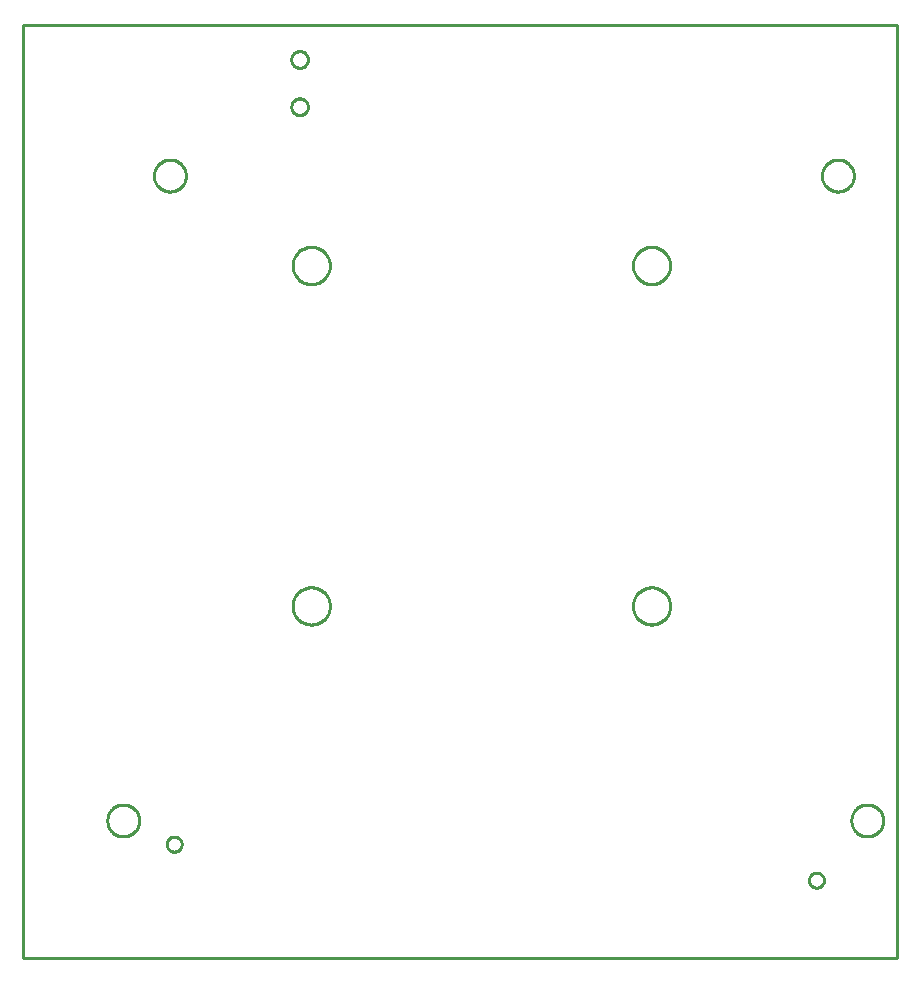
<source format=gbr>
G04 EAGLE Gerber RS-274X export*
G75*
%MOMM*%
%FSLAX34Y34*%
%LPD*%
%IN*%
%IPPOS*%
%AMOC8*
5,1,8,0,0,1.08239X$1,22.5*%
G01*
%ADD10C,0.254000*%


D10*
X130000Y10000D02*
X870000Y10000D01*
X870000Y800000D01*
X130000Y800000D01*
X130000Y10000D01*
X389400Y595834D02*
X389333Y594805D01*
X389198Y593783D01*
X388997Y592772D01*
X388730Y591776D01*
X388398Y590799D01*
X388004Y589846D01*
X387548Y588922D01*
X387032Y588028D01*
X386459Y587171D01*
X385831Y586353D01*
X385152Y585578D01*
X384422Y584848D01*
X383647Y584169D01*
X382829Y583541D01*
X381972Y582968D01*
X381078Y582452D01*
X380154Y581996D01*
X379201Y581602D01*
X378224Y581270D01*
X377228Y581003D01*
X376217Y580802D01*
X375195Y580667D01*
X374166Y580600D01*
X373134Y580600D01*
X372105Y580667D01*
X371083Y580802D01*
X370072Y581003D01*
X369076Y581270D01*
X368099Y581602D01*
X367146Y581996D01*
X366222Y582452D01*
X365328Y582968D01*
X364471Y583541D01*
X363653Y584169D01*
X362878Y584848D01*
X362148Y585578D01*
X361469Y586353D01*
X360841Y587171D01*
X360268Y588028D01*
X359752Y588922D01*
X359296Y589846D01*
X358902Y590799D01*
X358570Y591776D01*
X358303Y592772D01*
X358102Y593783D01*
X357967Y594805D01*
X357900Y595834D01*
X357900Y596866D01*
X357967Y597895D01*
X358102Y598917D01*
X358303Y599928D01*
X358570Y600924D01*
X358902Y601901D01*
X359296Y602854D01*
X359752Y603778D01*
X360268Y604672D01*
X360841Y605529D01*
X361469Y606347D01*
X362148Y607122D01*
X362878Y607852D01*
X363653Y608531D01*
X364471Y609159D01*
X365328Y609732D01*
X366222Y610248D01*
X367146Y610704D01*
X368099Y611098D01*
X369076Y611430D01*
X370072Y611697D01*
X371083Y611898D01*
X372105Y612033D01*
X373134Y612100D01*
X374166Y612100D01*
X375195Y612033D01*
X376217Y611898D01*
X377228Y611697D01*
X378224Y611430D01*
X379201Y611098D01*
X380154Y610704D01*
X381078Y610248D01*
X381972Y609732D01*
X382829Y609159D01*
X383647Y608531D01*
X384422Y607852D01*
X385152Y607122D01*
X385831Y606347D01*
X386459Y605529D01*
X387032Y604672D01*
X387548Y603778D01*
X388004Y602854D01*
X388398Y601901D01*
X388730Y600924D01*
X388997Y599928D01*
X389198Y598917D01*
X389333Y597895D01*
X389400Y596866D01*
X389400Y595834D01*
X389400Y307634D02*
X389333Y306605D01*
X389198Y305583D01*
X388997Y304572D01*
X388730Y303576D01*
X388398Y302599D01*
X388004Y301646D01*
X387548Y300722D01*
X387032Y299828D01*
X386459Y298971D01*
X385831Y298153D01*
X385152Y297378D01*
X384422Y296648D01*
X383647Y295969D01*
X382829Y295341D01*
X381972Y294768D01*
X381078Y294252D01*
X380154Y293796D01*
X379201Y293402D01*
X378224Y293070D01*
X377228Y292803D01*
X376217Y292602D01*
X375195Y292467D01*
X374166Y292400D01*
X373134Y292400D01*
X372105Y292467D01*
X371083Y292602D01*
X370072Y292803D01*
X369076Y293070D01*
X368099Y293402D01*
X367146Y293796D01*
X366222Y294252D01*
X365328Y294768D01*
X364471Y295341D01*
X363653Y295969D01*
X362878Y296648D01*
X362148Y297378D01*
X361469Y298153D01*
X360841Y298971D01*
X360268Y299828D01*
X359752Y300722D01*
X359296Y301646D01*
X358902Y302599D01*
X358570Y303576D01*
X358303Y304572D01*
X358102Y305583D01*
X357967Y306605D01*
X357900Y307634D01*
X357900Y308666D01*
X357967Y309695D01*
X358102Y310717D01*
X358303Y311728D01*
X358570Y312724D01*
X358902Y313701D01*
X359296Y314654D01*
X359752Y315578D01*
X360268Y316472D01*
X360841Y317329D01*
X361469Y318147D01*
X362148Y318922D01*
X362878Y319652D01*
X363653Y320331D01*
X364471Y320959D01*
X365328Y321532D01*
X366222Y322048D01*
X367146Y322504D01*
X368099Y322898D01*
X369076Y323230D01*
X370072Y323497D01*
X371083Y323698D01*
X372105Y323833D01*
X373134Y323900D01*
X374166Y323900D01*
X375195Y323833D01*
X376217Y323698D01*
X377228Y323497D01*
X378224Y323230D01*
X379201Y322898D01*
X380154Y322504D01*
X381078Y322048D01*
X381972Y321532D01*
X382829Y320959D01*
X383647Y320331D01*
X384422Y319652D01*
X385152Y318922D01*
X385831Y318147D01*
X386459Y317329D01*
X387032Y316472D01*
X387548Y315578D01*
X388004Y314654D01*
X388398Y313701D01*
X388730Y312724D01*
X388997Y311728D01*
X389198Y310717D01*
X389333Y309695D01*
X389400Y308666D01*
X389400Y307634D01*
X677600Y307634D02*
X677533Y306605D01*
X677398Y305583D01*
X677197Y304572D01*
X676930Y303576D01*
X676598Y302599D01*
X676204Y301646D01*
X675748Y300722D01*
X675232Y299828D01*
X674659Y298971D01*
X674031Y298153D01*
X673352Y297378D01*
X672622Y296648D01*
X671847Y295969D01*
X671029Y295341D01*
X670172Y294768D01*
X669278Y294252D01*
X668354Y293796D01*
X667401Y293402D01*
X666424Y293070D01*
X665428Y292803D01*
X664417Y292602D01*
X663395Y292467D01*
X662366Y292400D01*
X661334Y292400D01*
X660305Y292467D01*
X659283Y292602D01*
X658272Y292803D01*
X657276Y293070D01*
X656299Y293402D01*
X655346Y293796D01*
X654422Y294252D01*
X653528Y294768D01*
X652671Y295341D01*
X651853Y295969D01*
X651078Y296648D01*
X650348Y297378D01*
X649669Y298153D01*
X649041Y298971D01*
X648468Y299828D01*
X647952Y300722D01*
X647496Y301646D01*
X647102Y302599D01*
X646770Y303576D01*
X646503Y304572D01*
X646302Y305583D01*
X646167Y306605D01*
X646100Y307634D01*
X646100Y308666D01*
X646167Y309695D01*
X646302Y310717D01*
X646503Y311728D01*
X646770Y312724D01*
X647102Y313701D01*
X647496Y314654D01*
X647952Y315578D01*
X648468Y316472D01*
X649041Y317329D01*
X649669Y318147D01*
X650348Y318922D01*
X651078Y319652D01*
X651853Y320331D01*
X652671Y320959D01*
X653528Y321532D01*
X654422Y322048D01*
X655346Y322504D01*
X656299Y322898D01*
X657276Y323230D01*
X658272Y323497D01*
X659283Y323698D01*
X660305Y323833D01*
X661334Y323900D01*
X662366Y323900D01*
X663395Y323833D01*
X664417Y323698D01*
X665428Y323497D01*
X666424Y323230D01*
X667401Y322898D01*
X668354Y322504D01*
X669278Y322048D01*
X670172Y321532D01*
X671029Y320959D01*
X671847Y320331D01*
X672622Y319652D01*
X673352Y318922D01*
X674031Y318147D01*
X674659Y317329D01*
X675232Y316472D01*
X675748Y315578D01*
X676204Y314654D01*
X676598Y313701D01*
X676930Y312724D01*
X677197Y311728D01*
X677398Y310717D01*
X677533Y309695D01*
X677600Y308666D01*
X677600Y307634D01*
X677600Y595834D02*
X677533Y594805D01*
X677398Y593783D01*
X677197Y592772D01*
X676930Y591776D01*
X676598Y590799D01*
X676204Y589846D01*
X675748Y588922D01*
X675232Y588028D01*
X674659Y587171D01*
X674031Y586353D01*
X673352Y585578D01*
X672622Y584848D01*
X671847Y584169D01*
X671029Y583541D01*
X670172Y582968D01*
X669278Y582452D01*
X668354Y581996D01*
X667401Y581602D01*
X666424Y581270D01*
X665428Y581003D01*
X664417Y580802D01*
X663395Y580667D01*
X662366Y580600D01*
X661334Y580600D01*
X660305Y580667D01*
X659283Y580802D01*
X658272Y581003D01*
X657276Y581270D01*
X656299Y581602D01*
X655346Y581996D01*
X654422Y582452D01*
X653528Y582968D01*
X652671Y583541D01*
X651853Y584169D01*
X651078Y584848D01*
X650348Y585578D01*
X649669Y586353D01*
X649041Y587171D01*
X648468Y588028D01*
X647952Y588922D01*
X647496Y589846D01*
X647102Y590799D01*
X646770Y591776D01*
X646503Y592772D01*
X646302Y593783D01*
X646167Y594805D01*
X646100Y595834D01*
X646100Y596866D01*
X646167Y597895D01*
X646302Y598917D01*
X646503Y599928D01*
X646770Y600924D01*
X647102Y601901D01*
X647496Y602854D01*
X647952Y603778D01*
X648468Y604672D01*
X649041Y605529D01*
X649669Y606347D01*
X650348Y607122D01*
X651078Y607852D01*
X651853Y608531D01*
X652671Y609159D01*
X653528Y609732D01*
X654422Y610248D01*
X655346Y610704D01*
X656299Y611098D01*
X657276Y611430D01*
X658272Y611697D01*
X659283Y611898D01*
X660305Y612033D01*
X661334Y612100D01*
X662366Y612100D01*
X663395Y612033D01*
X664417Y611898D01*
X665428Y611697D01*
X666424Y611430D01*
X667401Y611098D01*
X668354Y610704D01*
X669278Y610248D01*
X670172Y609732D01*
X671029Y609159D01*
X671847Y608531D01*
X672622Y607852D01*
X673352Y607122D01*
X674031Y606347D01*
X674659Y605529D01*
X675232Y604672D01*
X675748Y603778D01*
X676204Y602854D01*
X676598Y601901D01*
X676930Y600924D01*
X677197Y599928D01*
X677398Y598917D01*
X677533Y597895D01*
X677600Y596866D01*
X677600Y595834D01*
X228000Y126018D02*
X227931Y125056D01*
X227794Y124102D01*
X227589Y123159D01*
X227317Y122234D01*
X226980Y121330D01*
X226580Y120453D01*
X226118Y119607D01*
X225596Y118796D01*
X225018Y118024D01*
X224387Y117295D01*
X223705Y116613D01*
X222976Y115982D01*
X222204Y115404D01*
X221393Y114882D01*
X220547Y114420D01*
X219670Y114020D01*
X218766Y113683D01*
X217841Y113411D01*
X216899Y113206D01*
X215944Y113069D01*
X214982Y113000D01*
X214018Y113000D01*
X213056Y113069D01*
X212102Y113206D01*
X211159Y113411D01*
X210234Y113683D01*
X209330Y114020D01*
X208453Y114420D01*
X207607Y114882D01*
X206796Y115404D01*
X206024Y115982D01*
X205295Y116613D01*
X204613Y117295D01*
X203982Y118024D01*
X203404Y118796D01*
X202882Y119607D01*
X202420Y120453D01*
X202020Y121330D01*
X201683Y122234D01*
X201411Y123159D01*
X201206Y124102D01*
X201069Y125056D01*
X201000Y126018D01*
X201000Y126982D01*
X201069Y127944D01*
X201206Y128899D01*
X201411Y129841D01*
X201683Y130766D01*
X202020Y131670D01*
X202420Y132547D01*
X202882Y133393D01*
X203404Y134204D01*
X203982Y134976D01*
X204613Y135705D01*
X205295Y136387D01*
X206024Y137018D01*
X206796Y137596D01*
X207607Y138118D01*
X208453Y138580D01*
X209330Y138980D01*
X210234Y139317D01*
X211159Y139589D01*
X212102Y139794D01*
X213056Y139931D01*
X214018Y140000D01*
X214982Y140000D01*
X215944Y139931D01*
X216899Y139794D01*
X217841Y139589D01*
X218766Y139317D01*
X219670Y138980D01*
X220547Y138580D01*
X221393Y138118D01*
X222204Y137596D01*
X222976Y137018D01*
X223705Y136387D01*
X224387Y135705D01*
X225018Y134976D01*
X225596Y134204D01*
X226118Y133393D01*
X226580Y132547D01*
X226980Y131670D01*
X227317Y130766D01*
X227589Y129841D01*
X227794Y128899D01*
X227931Y127944D01*
X228000Y126982D01*
X228000Y126018D01*
X858000Y126018D02*
X857931Y125056D01*
X857794Y124102D01*
X857589Y123159D01*
X857317Y122234D01*
X856980Y121330D01*
X856580Y120453D01*
X856118Y119607D01*
X855596Y118796D01*
X855018Y118024D01*
X854387Y117295D01*
X853705Y116613D01*
X852976Y115982D01*
X852204Y115404D01*
X851393Y114882D01*
X850547Y114420D01*
X849670Y114020D01*
X848766Y113683D01*
X847841Y113411D01*
X846899Y113206D01*
X845944Y113069D01*
X844982Y113000D01*
X844018Y113000D01*
X843056Y113069D01*
X842102Y113206D01*
X841159Y113411D01*
X840234Y113683D01*
X839330Y114020D01*
X838453Y114420D01*
X837607Y114882D01*
X836796Y115404D01*
X836024Y115982D01*
X835295Y116613D01*
X834613Y117295D01*
X833982Y118024D01*
X833404Y118796D01*
X832882Y119607D01*
X832420Y120453D01*
X832020Y121330D01*
X831683Y122234D01*
X831411Y123159D01*
X831206Y124102D01*
X831069Y125056D01*
X831000Y126018D01*
X831000Y126982D01*
X831069Y127944D01*
X831206Y128899D01*
X831411Y129841D01*
X831683Y130766D01*
X832020Y131670D01*
X832420Y132547D01*
X832882Y133393D01*
X833404Y134204D01*
X833982Y134976D01*
X834613Y135705D01*
X835295Y136387D01*
X836024Y137018D01*
X836796Y137596D01*
X837607Y138118D01*
X838453Y138580D01*
X839330Y138980D01*
X840234Y139317D01*
X841159Y139589D01*
X842102Y139794D01*
X843056Y139931D01*
X844018Y140000D01*
X844982Y140000D01*
X845944Y139931D01*
X846899Y139794D01*
X847841Y139589D01*
X848766Y139317D01*
X849670Y138980D01*
X850547Y138580D01*
X851393Y138118D01*
X852204Y137596D01*
X852976Y137018D01*
X853705Y136387D01*
X854387Y135705D01*
X855018Y134976D01*
X855596Y134204D01*
X856118Y133393D01*
X856580Y132547D01*
X856980Y131670D01*
X857317Y130766D01*
X857589Y129841D01*
X857794Y128899D01*
X857931Y127944D01*
X858000Y126982D01*
X858000Y126018D01*
X267500Y672018D02*
X267431Y671056D01*
X267294Y670102D01*
X267089Y669159D01*
X266817Y668234D01*
X266480Y667330D01*
X266080Y666453D01*
X265618Y665607D01*
X265096Y664796D01*
X264518Y664024D01*
X263887Y663295D01*
X263205Y662613D01*
X262476Y661982D01*
X261704Y661404D01*
X260893Y660882D01*
X260047Y660420D01*
X259170Y660020D01*
X258266Y659683D01*
X257341Y659411D01*
X256399Y659206D01*
X255444Y659069D01*
X254482Y659000D01*
X253518Y659000D01*
X252556Y659069D01*
X251602Y659206D01*
X250659Y659411D01*
X249734Y659683D01*
X248830Y660020D01*
X247953Y660420D01*
X247107Y660882D01*
X246296Y661404D01*
X245524Y661982D01*
X244795Y662613D01*
X244113Y663295D01*
X243482Y664024D01*
X242904Y664796D01*
X242382Y665607D01*
X241920Y666453D01*
X241520Y667330D01*
X241183Y668234D01*
X240911Y669159D01*
X240706Y670102D01*
X240569Y671056D01*
X240500Y672018D01*
X240500Y672982D01*
X240569Y673944D01*
X240706Y674899D01*
X240911Y675841D01*
X241183Y676766D01*
X241520Y677670D01*
X241920Y678547D01*
X242382Y679393D01*
X242904Y680204D01*
X243482Y680976D01*
X244113Y681705D01*
X244795Y682387D01*
X245524Y683018D01*
X246296Y683596D01*
X247107Y684118D01*
X247953Y684580D01*
X248830Y684980D01*
X249734Y685317D01*
X250659Y685589D01*
X251602Y685794D01*
X252556Y685931D01*
X253518Y686000D01*
X254482Y686000D01*
X255444Y685931D01*
X256399Y685794D01*
X257341Y685589D01*
X258266Y685317D01*
X259170Y684980D01*
X260047Y684580D01*
X260893Y684118D01*
X261704Y683596D01*
X262476Y683018D01*
X263205Y682387D01*
X263887Y681705D01*
X264518Y680976D01*
X265096Y680204D01*
X265618Y679393D01*
X266080Y678547D01*
X266480Y677670D01*
X266817Y676766D01*
X267089Y675841D01*
X267294Y674899D01*
X267431Y673944D01*
X267500Y672982D01*
X267500Y672018D01*
X833000Y672018D02*
X832931Y671056D01*
X832794Y670102D01*
X832589Y669159D01*
X832317Y668234D01*
X831980Y667330D01*
X831580Y666453D01*
X831118Y665607D01*
X830596Y664796D01*
X830018Y664024D01*
X829387Y663295D01*
X828705Y662613D01*
X827976Y661982D01*
X827204Y661404D01*
X826393Y660882D01*
X825547Y660420D01*
X824670Y660020D01*
X823766Y659683D01*
X822841Y659411D01*
X821899Y659206D01*
X820944Y659069D01*
X819982Y659000D01*
X819018Y659000D01*
X818056Y659069D01*
X817102Y659206D01*
X816159Y659411D01*
X815234Y659683D01*
X814330Y660020D01*
X813453Y660420D01*
X812607Y660882D01*
X811796Y661404D01*
X811024Y661982D01*
X810295Y662613D01*
X809613Y663295D01*
X808982Y664024D01*
X808404Y664796D01*
X807882Y665607D01*
X807420Y666453D01*
X807020Y667330D01*
X806683Y668234D01*
X806411Y669159D01*
X806206Y670102D01*
X806069Y671056D01*
X806000Y672018D01*
X806000Y672982D01*
X806069Y673944D01*
X806206Y674899D01*
X806411Y675841D01*
X806683Y676766D01*
X807020Y677670D01*
X807420Y678547D01*
X807882Y679393D01*
X808404Y680204D01*
X808982Y680976D01*
X809613Y681705D01*
X810295Y682387D01*
X811024Y683018D01*
X811796Y683596D01*
X812607Y684118D01*
X813453Y684580D01*
X814330Y684980D01*
X815234Y685317D01*
X816159Y685589D01*
X817102Y685794D01*
X818056Y685931D01*
X819018Y686000D01*
X819982Y686000D01*
X820944Y685931D01*
X821899Y685794D01*
X822841Y685589D01*
X823766Y685317D01*
X824670Y684980D01*
X825547Y684580D01*
X826393Y684118D01*
X827204Y683596D01*
X827976Y683018D01*
X828705Y682387D01*
X829387Y681705D01*
X830018Y680976D01*
X830596Y680204D01*
X831118Y679393D01*
X831580Y678547D01*
X831980Y677670D01*
X832317Y676766D01*
X832589Y675841D01*
X832794Y674899D01*
X832931Y673944D01*
X833000Y672982D01*
X833000Y672018D01*
X251260Y106188D02*
X251321Y105567D01*
X251443Y104955D01*
X251624Y104358D01*
X251863Y103782D01*
X252157Y103232D01*
X252503Y102713D01*
X252899Y102230D01*
X253340Y101789D01*
X253823Y101393D01*
X254342Y101047D01*
X254892Y100753D01*
X255468Y100514D01*
X256065Y100333D01*
X256677Y100211D01*
X257298Y100150D01*
X257922Y100150D01*
X258543Y100211D01*
X259155Y100333D01*
X259752Y100514D01*
X260328Y100753D01*
X260879Y101047D01*
X261397Y101393D01*
X261880Y101789D01*
X262321Y102230D01*
X262717Y102713D01*
X263063Y103232D01*
X263357Y103782D01*
X263596Y104358D01*
X263777Y104955D01*
X263899Y105567D01*
X263960Y106188D01*
X263960Y106812D01*
X263899Y107433D01*
X263777Y108045D01*
X263596Y108642D01*
X263357Y109218D01*
X263063Y109769D01*
X262717Y110287D01*
X262321Y110770D01*
X261880Y111211D01*
X261397Y111607D01*
X260879Y111953D01*
X260328Y112247D01*
X259752Y112486D01*
X259155Y112667D01*
X258543Y112789D01*
X257922Y112850D01*
X257298Y112850D01*
X256677Y112789D01*
X256065Y112667D01*
X255468Y112486D01*
X254892Y112247D01*
X254342Y111953D01*
X253823Y111607D01*
X253340Y111211D01*
X252899Y110770D01*
X252503Y110287D01*
X252157Y109769D01*
X251863Y109218D01*
X251624Y108642D01*
X251443Y108045D01*
X251321Y107433D01*
X251260Y106812D01*
X251260Y106188D01*
X795060Y75688D02*
X795121Y75067D01*
X795243Y74455D01*
X795424Y73858D01*
X795663Y73282D01*
X795957Y72732D01*
X796303Y72213D01*
X796699Y71730D01*
X797140Y71289D01*
X797623Y70893D01*
X798142Y70547D01*
X798692Y70253D01*
X799268Y70014D01*
X799865Y69833D01*
X800477Y69711D01*
X801098Y69650D01*
X801722Y69650D01*
X802343Y69711D01*
X802955Y69833D01*
X803552Y70014D01*
X804128Y70253D01*
X804679Y70547D01*
X805197Y70893D01*
X805680Y71289D01*
X806121Y71730D01*
X806517Y72213D01*
X806863Y72732D01*
X807157Y73282D01*
X807396Y73858D01*
X807577Y74455D01*
X807699Y75067D01*
X807760Y75688D01*
X807760Y76312D01*
X807699Y76933D01*
X807577Y77545D01*
X807396Y78142D01*
X807157Y78718D01*
X806863Y79269D01*
X806517Y79787D01*
X806121Y80270D01*
X805680Y80711D01*
X805197Y81107D01*
X804679Y81453D01*
X804128Y81747D01*
X803552Y81986D01*
X802955Y82167D01*
X802343Y82289D01*
X801722Y82350D01*
X801098Y82350D01*
X800477Y82289D01*
X799865Y82167D01*
X799268Y81986D01*
X798692Y81747D01*
X798142Y81453D01*
X797623Y81107D01*
X797140Y80711D01*
X796699Y80270D01*
X796303Y79787D01*
X795957Y79269D01*
X795663Y78718D01*
X795424Y78142D01*
X795243Y77545D01*
X795121Y76933D01*
X795060Y76312D01*
X795060Y75688D01*
X363456Y763800D02*
X362772Y763867D01*
X362097Y764002D01*
X361439Y764201D01*
X360804Y764464D01*
X360197Y764789D01*
X359625Y765171D01*
X359093Y765607D01*
X358607Y766093D01*
X358171Y766625D01*
X357789Y767197D01*
X357464Y767804D01*
X357201Y768439D01*
X357002Y769097D01*
X356867Y769772D01*
X356800Y770456D01*
X356800Y771144D01*
X356867Y771828D01*
X357002Y772503D01*
X357201Y773161D01*
X357464Y773797D01*
X357789Y774403D01*
X358171Y774975D01*
X358607Y775507D01*
X359093Y775993D01*
X359625Y776429D01*
X360197Y776811D01*
X360804Y777136D01*
X361439Y777399D01*
X362097Y777598D01*
X362772Y777733D01*
X363456Y777800D01*
X364144Y777800D01*
X364828Y777733D01*
X365503Y777598D01*
X366161Y777399D01*
X366797Y777136D01*
X367403Y776811D01*
X367975Y776429D01*
X368507Y775993D01*
X368993Y775507D01*
X369429Y774975D01*
X369811Y774403D01*
X370136Y773797D01*
X370399Y773161D01*
X370598Y772503D01*
X370733Y771828D01*
X370800Y771144D01*
X370800Y770456D01*
X370733Y769772D01*
X370598Y769097D01*
X370399Y768439D01*
X370136Y767804D01*
X369811Y767197D01*
X369429Y766625D01*
X368993Y766093D01*
X368507Y765607D01*
X367975Y765171D01*
X367403Y764789D01*
X366797Y764464D01*
X366161Y764201D01*
X365503Y764002D01*
X364828Y763867D01*
X364144Y763800D01*
X363456Y763800D01*
X363456Y723800D02*
X362772Y723867D01*
X362097Y724002D01*
X361439Y724201D01*
X360804Y724464D01*
X360197Y724789D01*
X359625Y725171D01*
X359093Y725607D01*
X358607Y726093D01*
X358171Y726625D01*
X357789Y727197D01*
X357464Y727804D01*
X357201Y728439D01*
X357002Y729097D01*
X356867Y729772D01*
X356800Y730456D01*
X356800Y731144D01*
X356867Y731828D01*
X357002Y732503D01*
X357201Y733161D01*
X357464Y733797D01*
X357789Y734403D01*
X358171Y734975D01*
X358607Y735507D01*
X359093Y735993D01*
X359625Y736429D01*
X360197Y736811D01*
X360804Y737136D01*
X361439Y737399D01*
X362097Y737598D01*
X362772Y737733D01*
X363456Y737800D01*
X364144Y737800D01*
X364828Y737733D01*
X365503Y737598D01*
X366161Y737399D01*
X366797Y737136D01*
X367403Y736811D01*
X367975Y736429D01*
X368507Y735993D01*
X368993Y735507D01*
X369429Y734975D01*
X369811Y734403D01*
X370136Y733797D01*
X370399Y733161D01*
X370598Y732503D01*
X370733Y731828D01*
X370800Y731144D01*
X370800Y730456D01*
X370733Y729772D01*
X370598Y729097D01*
X370399Y728439D01*
X370136Y727804D01*
X369811Y727197D01*
X369429Y726625D01*
X368993Y726093D01*
X368507Y725607D01*
X367975Y725171D01*
X367403Y724789D01*
X366797Y724464D01*
X366161Y724201D01*
X365503Y724002D01*
X364828Y723867D01*
X364144Y723800D01*
X363456Y723800D01*
M02*

</source>
